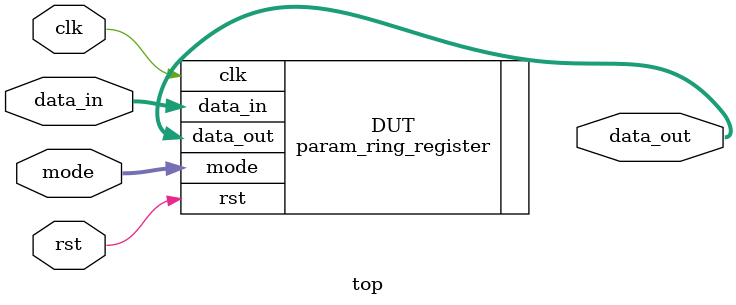
<source format=sv>
module top #(parameter N = 69)(
	 input logic clk, rst,
	 input logic [1:0] mode, // 00-хранение, 01-влево, 10-вправо, 11-загрузка
	 input logic [N-1:0] data_in,
	 output logic [N-1:0] data_out);

param_ring_register #(.N(N)) DUT(
	.clk(clk),
	.rst(rst),
	.mode(mode),
	.data_in(data_in),
	.data_out(data_out)
);

endmodule

</source>
